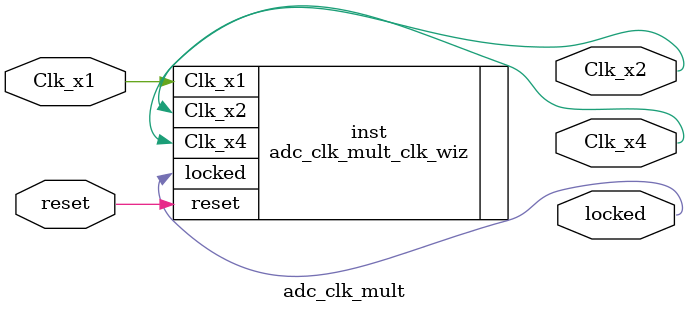
<source format=v>


`timescale 1ps/1ps

(* CORE_GENERATION_INFO = "adc_clk_mult,clk_wiz_v6_0_11_0_0,{component_name=adc_clk_mult,use_phase_alignment=true,use_min_o_jitter=false,use_max_i_jitter=false,use_dyn_phase_shift=false,use_inclk_switchover=false,use_dyn_reconfig=false,enable_axi=0,feedback_source=FDBK_AUTO,PRIMITIVE=MMCM,num_out_clk=2,clkin1_period=16.276,clkin2_period=10.0,use_power_down=false,use_reset=true,use_locked=true,use_inclk_stopped=false,feedback_type=SINGLE,CLOCK_MGR_TYPE=NA,manual_override=false}" *)

module adc_clk_mult 
 (
  // Clock out ports
  output        Clk_x2,
  output        Clk_x4,
  // Status and control signals
  input         reset,
  output        locked,
 // Clock in ports
  input         Clk_x1
 );

  adc_clk_mult_clk_wiz inst
  (
  // Clock out ports  
  .Clk_x2(Clk_x2),
  .Clk_x4(Clk_x4),
  // Status and control signals               
  .reset(reset), 
  .locked(locked),
 // Clock in ports
  .Clk_x1(Clk_x1)
  );

endmodule

</source>
